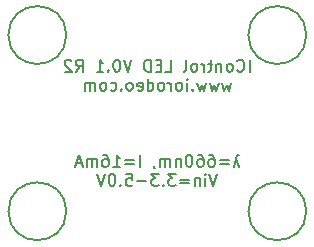
<source format=gbo>
%TF.GenerationSoftware,KiCad,Pcbnew,7.0.10-7.0.10~ubuntu22.04.1*%
%TF.CreationDate,2024-03-15T18:01:33-07:00*%
%TF.ProjectId,660nm_16mA,3636306e-6d5f-4313-966d-412e6b696361,rev?*%
%TF.SameCoordinates,Original*%
%TF.FileFunction,Legend,Bot*%
%TF.FilePolarity,Positive*%
%FSLAX46Y46*%
G04 Gerber Fmt 4.6, Leading zero omitted, Abs format (unit mm)*
G04 Created by KiCad (PCBNEW 7.0.10-7.0.10~ubuntu22.04.1) date 2024-03-15 18:01:33*
%MOMM*%
%LPD*%
G01*
G04 APERTURE LIST*
%ADD10C,0.150000*%
G04 APERTURE END LIST*
D10*
X70509524Y-55634819D02*
X70509524Y-54634819D01*
X69461906Y-55539580D02*
X69509525Y-55587200D01*
X69509525Y-55587200D02*
X69652382Y-55634819D01*
X69652382Y-55634819D02*
X69747620Y-55634819D01*
X69747620Y-55634819D02*
X69890477Y-55587200D01*
X69890477Y-55587200D02*
X69985715Y-55491961D01*
X69985715Y-55491961D02*
X70033334Y-55396723D01*
X70033334Y-55396723D02*
X70080953Y-55206247D01*
X70080953Y-55206247D02*
X70080953Y-55063390D01*
X70080953Y-55063390D02*
X70033334Y-54872914D01*
X70033334Y-54872914D02*
X69985715Y-54777676D01*
X69985715Y-54777676D02*
X69890477Y-54682438D01*
X69890477Y-54682438D02*
X69747620Y-54634819D01*
X69747620Y-54634819D02*
X69652382Y-54634819D01*
X69652382Y-54634819D02*
X69509525Y-54682438D01*
X69509525Y-54682438D02*
X69461906Y-54730057D01*
X68890477Y-55634819D02*
X68985715Y-55587200D01*
X68985715Y-55587200D02*
X69033334Y-55539580D01*
X69033334Y-55539580D02*
X69080953Y-55444342D01*
X69080953Y-55444342D02*
X69080953Y-55158628D01*
X69080953Y-55158628D02*
X69033334Y-55063390D01*
X69033334Y-55063390D02*
X68985715Y-55015771D01*
X68985715Y-55015771D02*
X68890477Y-54968152D01*
X68890477Y-54968152D02*
X68747620Y-54968152D01*
X68747620Y-54968152D02*
X68652382Y-55015771D01*
X68652382Y-55015771D02*
X68604763Y-55063390D01*
X68604763Y-55063390D02*
X68557144Y-55158628D01*
X68557144Y-55158628D02*
X68557144Y-55444342D01*
X68557144Y-55444342D02*
X68604763Y-55539580D01*
X68604763Y-55539580D02*
X68652382Y-55587200D01*
X68652382Y-55587200D02*
X68747620Y-55634819D01*
X68747620Y-55634819D02*
X68890477Y-55634819D01*
X68128572Y-54968152D02*
X68128572Y-55634819D01*
X68128572Y-55063390D02*
X68080953Y-55015771D01*
X68080953Y-55015771D02*
X67985715Y-54968152D01*
X67985715Y-54968152D02*
X67842858Y-54968152D01*
X67842858Y-54968152D02*
X67747620Y-55015771D01*
X67747620Y-55015771D02*
X67700001Y-55111009D01*
X67700001Y-55111009D02*
X67700001Y-55634819D01*
X67366667Y-54968152D02*
X66985715Y-54968152D01*
X67223810Y-54634819D02*
X67223810Y-55491961D01*
X67223810Y-55491961D02*
X67176191Y-55587200D01*
X67176191Y-55587200D02*
X67080953Y-55634819D01*
X67080953Y-55634819D02*
X66985715Y-55634819D01*
X66652381Y-55634819D02*
X66652381Y-54968152D01*
X66652381Y-55158628D02*
X66604762Y-55063390D01*
X66604762Y-55063390D02*
X66557143Y-55015771D01*
X66557143Y-55015771D02*
X66461905Y-54968152D01*
X66461905Y-54968152D02*
X66366667Y-54968152D01*
X65890476Y-55634819D02*
X65985714Y-55587200D01*
X65985714Y-55587200D02*
X66033333Y-55539580D01*
X66033333Y-55539580D02*
X66080952Y-55444342D01*
X66080952Y-55444342D02*
X66080952Y-55158628D01*
X66080952Y-55158628D02*
X66033333Y-55063390D01*
X66033333Y-55063390D02*
X65985714Y-55015771D01*
X65985714Y-55015771D02*
X65890476Y-54968152D01*
X65890476Y-54968152D02*
X65747619Y-54968152D01*
X65747619Y-54968152D02*
X65652381Y-55015771D01*
X65652381Y-55015771D02*
X65604762Y-55063390D01*
X65604762Y-55063390D02*
X65557143Y-55158628D01*
X65557143Y-55158628D02*
X65557143Y-55444342D01*
X65557143Y-55444342D02*
X65604762Y-55539580D01*
X65604762Y-55539580D02*
X65652381Y-55587200D01*
X65652381Y-55587200D02*
X65747619Y-55634819D01*
X65747619Y-55634819D02*
X65890476Y-55634819D01*
X64985714Y-55634819D02*
X65080952Y-55587200D01*
X65080952Y-55587200D02*
X65128571Y-55491961D01*
X65128571Y-55491961D02*
X65128571Y-54634819D01*
X63366666Y-55634819D02*
X63842856Y-55634819D01*
X63842856Y-55634819D02*
X63842856Y-54634819D01*
X63033332Y-55111009D02*
X62699999Y-55111009D01*
X62557142Y-55634819D02*
X63033332Y-55634819D01*
X63033332Y-55634819D02*
X63033332Y-54634819D01*
X63033332Y-54634819D02*
X62557142Y-54634819D01*
X62128570Y-55634819D02*
X62128570Y-54634819D01*
X62128570Y-54634819D02*
X61890475Y-54634819D01*
X61890475Y-54634819D02*
X61747618Y-54682438D01*
X61747618Y-54682438D02*
X61652380Y-54777676D01*
X61652380Y-54777676D02*
X61604761Y-54872914D01*
X61604761Y-54872914D02*
X61557142Y-55063390D01*
X61557142Y-55063390D02*
X61557142Y-55206247D01*
X61557142Y-55206247D02*
X61604761Y-55396723D01*
X61604761Y-55396723D02*
X61652380Y-55491961D01*
X61652380Y-55491961D02*
X61747618Y-55587200D01*
X61747618Y-55587200D02*
X61890475Y-55634819D01*
X61890475Y-55634819D02*
X62128570Y-55634819D01*
X60509522Y-54634819D02*
X60176189Y-55634819D01*
X60176189Y-55634819D02*
X59842856Y-54634819D01*
X59319046Y-54634819D02*
X59223808Y-54634819D01*
X59223808Y-54634819D02*
X59128570Y-54682438D01*
X59128570Y-54682438D02*
X59080951Y-54730057D01*
X59080951Y-54730057D02*
X59033332Y-54825295D01*
X59033332Y-54825295D02*
X58985713Y-55015771D01*
X58985713Y-55015771D02*
X58985713Y-55253866D01*
X58985713Y-55253866D02*
X59033332Y-55444342D01*
X59033332Y-55444342D02*
X59080951Y-55539580D01*
X59080951Y-55539580D02*
X59128570Y-55587200D01*
X59128570Y-55587200D02*
X59223808Y-55634819D01*
X59223808Y-55634819D02*
X59319046Y-55634819D01*
X59319046Y-55634819D02*
X59414284Y-55587200D01*
X59414284Y-55587200D02*
X59461903Y-55539580D01*
X59461903Y-55539580D02*
X59509522Y-55444342D01*
X59509522Y-55444342D02*
X59557141Y-55253866D01*
X59557141Y-55253866D02*
X59557141Y-55015771D01*
X59557141Y-55015771D02*
X59509522Y-54825295D01*
X59509522Y-54825295D02*
X59461903Y-54730057D01*
X59461903Y-54730057D02*
X59414284Y-54682438D01*
X59414284Y-54682438D02*
X59319046Y-54634819D01*
X58557141Y-55539580D02*
X58509522Y-55587200D01*
X58509522Y-55587200D02*
X58557141Y-55634819D01*
X58557141Y-55634819D02*
X58604760Y-55587200D01*
X58604760Y-55587200D02*
X58557141Y-55539580D01*
X58557141Y-55539580D02*
X58557141Y-55634819D01*
X57557142Y-55634819D02*
X58128570Y-55634819D01*
X57842856Y-55634819D02*
X57842856Y-54634819D01*
X57842856Y-54634819D02*
X57938094Y-54777676D01*
X57938094Y-54777676D02*
X58033332Y-54872914D01*
X58033332Y-54872914D02*
X58128570Y-54920533D01*
X55795237Y-55634819D02*
X56128570Y-55158628D01*
X56366665Y-55634819D02*
X56366665Y-54634819D01*
X56366665Y-54634819D02*
X55985713Y-54634819D01*
X55985713Y-54634819D02*
X55890475Y-54682438D01*
X55890475Y-54682438D02*
X55842856Y-54730057D01*
X55842856Y-54730057D02*
X55795237Y-54825295D01*
X55795237Y-54825295D02*
X55795237Y-54968152D01*
X55795237Y-54968152D02*
X55842856Y-55063390D01*
X55842856Y-55063390D02*
X55890475Y-55111009D01*
X55890475Y-55111009D02*
X55985713Y-55158628D01*
X55985713Y-55158628D02*
X56366665Y-55158628D01*
X55414284Y-54730057D02*
X55366665Y-54682438D01*
X55366665Y-54682438D02*
X55271427Y-54634819D01*
X55271427Y-54634819D02*
X55033332Y-54634819D01*
X55033332Y-54634819D02*
X54938094Y-54682438D01*
X54938094Y-54682438D02*
X54890475Y-54730057D01*
X54890475Y-54730057D02*
X54842856Y-54825295D01*
X54842856Y-54825295D02*
X54842856Y-54920533D01*
X54842856Y-54920533D02*
X54890475Y-55063390D01*
X54890475Y-55063390D02*
X55461903Y-55634819D01*
X55461903Y-55634819D02*
X54842856Y-55634819D01*
X68938094Y-56578152D02*
X68747618Y-57244819D01*
X68747618Y-57244819D02*
X68557142Y-56768628D01*
X68557142Y-56768628D02*
X68366666Y-57244819D01*
X68366666Y-57244819D02*
X68176190Y-56578152D01*
X67890475Y-56578152D02*
X67699999Y-57244819D01*
X67699999Y-57244819D02*
X67509523Y-56768628D01*
X67509523Y-56768628D02*
X67319047Y-57244819D01*
X67319047Y-57244819D02*
X67128571Y-56578152D01*
X66842856Y-56578152D02*
X66652380Y-57244819D01*
X66652380Y-57244819D02*
X66461904Y-56768628D01*
X66461904Y-56768628D02*
X66271428Y-57244819D01*
X66271428Y-57244819D02*
X66080952Y-56578152D01*
X65699999Y-57149580D02*
X65652380Y-57197200D01*
X65652380Y-57197200D02*
X65699999Y-57244819D01*
X65699999Y-57244819D02*
X65747618Y-57197200D01*
X65747618Y-57197200D02*
X65699999Y-57149580D01*
X65699999Y-57149580D02*
X65699999Y-57244819D01*
X65223809Y-57244819D02*
X65223809Y-56578152D01*
X65223809Y-56244819D02*
X65271428Y-56292438D01*
X65271428Y-56292438D02*
X65223809Y-56340057D01*
X65223809Y-56340057D02*
X65176190Y-56292438D01*
X65176190Y-56292438D02*
X65223809Y-56244819D01*
X65223809Y-56244819D02*
X65223809Y-56340057D01*
X64604762Y-57244819D02*
X64700000Y-57197200D01*
X64700000Y-57197200D02*
X64747619Y-57149580D01*
X64747619Y-57149580D02*
X64795238Y-57054342D01*
X64795238Y-57054342D02*
X64795238Y-56768628D01*
X64795238Y-56768628D02*
X64747619Y-56673390D01*
X64747619Y-56673390D02*
X64700000Y-56625771D01*
X64700000Y-56625771D02*
X64604762Y-56578152D01*
X64604762Y-56578152D02*
X64461905Y-56578152D01*
X64461905Y-56578152D02*
X64366667Y-56625771D01*
X64366667Y-56625771D02*
X64319048Y-56673390D01*
X64319048Y-56673390D02*
X64271429Y-56768628D01*
X64271429Y-56768628D02*
X64271429Y-57054342D01*
X64271429Y-57054342D02*
X64319048Y-57149580D01*
X64319048Y-57149580D02*
X64366667Y-57197200D01*
X64366667Y-57197200D02*
X64461905Y-57244819D01*
X64461905Y-57244819D02*
X64604762Y-57244819D01*
X63842857Y-57244819D02*
X63842857Y-56578152D01*
X63842857Y-56768628D02*
X63795238Y-56673390D01*
X63795238Y-56673390D02*
X63747619Y-56625771D01*
X63747619Y-56625771D02*
X63652381Y-56578152D01*
X63652381Y-56578152D02*
X63557143Y-56578152D01*
X63080952Y-57244819D02*
X63176190Y-57197200D01*
X63176190Y-57197200D02*
X63223809Y-57149580D01*
X63223809Y-57149580D02*
X63271428Y-57054342D01*
X63271428Y-57054342D02*
X63271428Y-56768628D01*
X63271428Y-56768628D02*
X63223809Y-56673390D01*
X63223809Y-56673390D02*
X63176190Y-56625771D01*
X63176190Y-56625771D02*
X63080952Y-56578152D01*
X63080952Y-56578152D02*
X62938095Y-56578152D01*
X62938095Y-56578152D02*
X62842857Y-56625771D01*
X62842857Y-56625771D02*
X62795238Y-56673390D01*
X62795238Y-56673390D02*
X62747619Y-56768628D01*
X62747619Y-56768628D02*
X62747619Y-57054342D01*
X62747619Y-57054342D02*
X62795238Y-57149580D01*
X62795238Y-57149580D02*
X62842857Y-57197200D01*
X62842857Y-57197200D02*
X62938095Y-57244819D01*
X62938095Y-57244819D02*
X63080952Y-57244819D01*
X61890476Y-57244819D02*
X61890476Y-56244819D01*
X61890476Y-57197200D02*
X61985714Y-57244819D01*
X61985714Y-57244819D02*
X62176190Y-57244819D01*
X62176190Y-57244819D02*
X62271428Y-57197200D01*
X62271428Y-57197200D02*
X62319047Y-57149580D01*
X62319047Y-57149580D02*
X62366666Y-57054342D01*
X62366666Y-57054342D02*
X62366666Y-56768628D01*
X62366666Y-56768628D02*
X62319047Y-56673390D01*
X62319047Y-56673390D02*
X62271428Y-56625771D01*
X62271428Y-56625771D02*
X62176190Y-56578152D01*
X62176190Y-56578152D02*
X61985714Y-56578152D01*
X61985714Y-56578152D02*
X61890476Y-56625771D01*
X61033333Y-57197200D02*
X61128571Y-57244819D01*
X61128571Y-57244819D02*
X61319047Y-57244819D01*
X61319047Y-57244819D02*
X61414285Y-57197200D01*
X61414285Y-57197200D02*
X61461904Y-57101961D01*
X61461904Y-57101961D02*
X61461904Y-56721009D01*
X61461904Y-56721009D02*
X61414285Y-56625771D01*
X61414285Y-56625771D02*
X61319047Y-56578152D01*
X61319047Y-56578152D02*
X61128571Y-56578152D01*
X61128571Y-56578152D02*
X61033333Y-56625771D01*
X61033333Y-56625771D02*
X60985714Y-56721009D01*
X60985714Y-56721009D02*
X60985714Y-56816247D01*
X60985714Y-56816247D02*
X61461904Y-56911485D01*
X60414285Y-57244819D02*
X60509523Y-57197200D01*
X60509523Y-57197200D02*
X60557142Y-57149580D01*
X60557142Y-57149580D02*
X60604761Y-57054342D01*
X60604761Y-57054342D02*
X60604761Y-56768628D01*
X60604761Y-56768628D02*
X60557142Y-56673390D01*
X60557142Y-56673390D02*
X60509523Y-56625771D01*
X60509523Y-56625771D02*
X60414285Y-56578152D01*
X60414285Y-56578152D02*
X60271428Y-56578152D01*
X60271428Y-56578152D02*
X60176190Y-56625771D01*
X60176190Y-56625771D02*
X60128571Y-56673390D01*
X60128571Y-56673390D02*
X60080952Y-56768628D01*
X60080952Y-56768628D02*
X60080952Y-57054342D01*
X60080952Y-57054342D02*
X60128571Y-57149580D01*
X60128571Y-57149580D02*
X60176190Y-57197200D01*
X60176190Y-57197200D02*
X60271428Y-57244819D01*
X60271428Y-57244819D02*
X60414285Y-57244819D01*
X59652380Y-57149580D02*
X59604761Y-57197200D01*
X59604761Y-57197200D02*
X59652380Y-57244819D01*
X59652380Y-57244819D02*
X59699999Y-57197200D01*
X59699999Y-57197200D02*
X59652380Y-57149580D01*
X59652380Y-57149580D02*
X59652380Y-57244819D01*
X58747619Y-57197200D02*
X58842857Y-57244819D01*
X58842857Y-57244819D02*
X59033333Y-57244819D01*
X59033333Y-57244819D02*
X59128571Y-57197200D01*
X59128571Y-57197200D02*
X59176190Y-57149580D01*
X59176190Y-57149580D02*
X59223809Y-57054342D01*
X59223809Y-57054342D02*
X59223809Y-56768628D01*
X59223809Y-56768628D02*
X59176190Y-56673390D01*
X59176190Y-56673390D02*
X59128571Y-56625771D01*
X59128571Y-56625771D02*
X59033333Y-56578152D01*
X59033333Y-56578152D02*
X58842857Y-56578152D01*
X58842857Y-56578152D02*
X58747619Y-56625771D01*
X58176190Y-57244819D02*
X58271428Y-57197200D01*
X58271428Y-57197200D02*
X58319047Y-57149580D01*
X58319047Y-57149580D02*
X58366666Y-57054342D01*
X58366666Y-57054342D02*
X58366666Y-56768628D01*
X58366666Y-56768628D02*
X58319047Y-56673390D01*
X58319047Y-56673390D02*
X58271428Y-56625771D01*
X58271428Y-56625771D02*
X58176190Y-56578152D01*
X58176190Y-56578152D02*
X58033333Y-56578152D01*
X58033333Y-56578152D02*
X57938095Y-56625771D01*
X57938095Y-56625771D02*
X57890476Y-56673390D01*
X57890476Y-56673390D02*
X57842857Y-56768628D01*
X57842857Y-56768628D02*
X57842857Y-57054342D01*
X57842857Y-57054342D02*
X57890476Y-57149580D01*
X57890476Y-57149580D02*
X57938095Y-57197200D01*
X57938095Y-57197200D02*
X58033333Y-57244819D01*
X58033333Y-57244819D02*
X58176190Y-57244819D01*
X57414285Y-57244819D02*
X57414285Y-56578152D01*
X57414285Y-56673390D02*
X57366666Y-56625771D01*
X57366666Y-56625771D02*
X57271428Y-56578152D01*
X57271428Y-56578152D02*
X57128571Y-56578152D01*
X57128571Y-56578152D02*
X57033333Y-56625771D01*
X57033333Y-56625771D02*
X56985714Y-56721009D01*
X56985714Y-56721009D02*
X56985714Y-57244819D01*
X56985714Y-56721009D02*
X56938095Y-56625771D01*
X56938095Y-56625771D02*
X56842857Y-56578152D01*
X56842857Y-56578152D02*
X56700000Y-56578152D01*
X56700000Y-56578152D02*
X56604761Y-56625771D01*
X56604761Y-56625771D02*
X56557142Y-56721009D01*
X56557142Y-56721009D02*
X56557142Y-57244819D01*
X69390475Y-63018152D02*
X69628570Y-63684819D01*
X69628570Y-62684819D02*
X69533332Y-62684819D01*
X69533332Y-62684819D02*
X69485713Y-62732438D01*
X69485713Y-62732438D02*
X69390475Y-63018152D01*
X69390475Y-63018152D02*
X69152380Y-63684819D01*
X68771427Y-63161009D02*
X68009523Y-63161009D01*
X68009523Y-63446723D02*
X68771427Y-63446723D01*
X67104761Y-62684819D02*
X67295237Y-62684819D01*
X67295237Y-62684819D02*
X67390475Y-62732438D01*
X67390475Y-62732438D02*
X67438094Y-62780057D01*
X67438094Y-62780057D02*
X67533332Y-62922914D01*
X67533332Y-62922914D02*
X67580951Y-63113390D01*
X67580951Y-63113390D02*
X67580951Y-63494342D01*
X67580951Y-63494342D02*
X67533332Y-63589580D01*
X67533332Y-63589580D02*
X67485713Y-63637200D01*
X67485713Y-63637200D02*
X67390475Y-63684819D01*
X67390475Y-63684819D02*
X67199999Y-63684819D01*
X67199999Y-63684819D02*
X67104761Y-63637200D01*
X67104761Y-63637200D02*
X67057142Y-63589580D01*
X67057142Y-63589580D02*
X67009523Y-63494342D01*
X67009523Y-63494342D02*
X67009523Y-63256247D01*
X67009523Y-63256247D02*
X67057142Y-63161009D01*
X67057142Y-63161009D02*
X67104761Y-63113390D01*
X67104761Y-63113390D02*
X67199999Y-63065771D01*
X67199999Y-63065771D02*
X67390475Y-63065771D01*
X67390475Y-63065771D02*
X67485713Y-63113390D01*
X67485713Y-63113390D02*
X67533332Y-63161009D01*
X67533332Y-63161009D02*
X67580951Y-63256247D01*
X66152380Y-62684819D02*
X66342856Y-62684819D01*
X66342856Y-62684819D02*
X66438094Y-62732438D01*
X66438094Y-62732438D02*
X66485713Y-62780057D01*
X66485713Y-62780057D02*
X66580951Y-62922914D01*
X66580951Y-62922914D02*
X66628570Y-63113390D01*
X66628570Y-63113390D02*
X66628570Y-63494342D01*
X66628570Y-63494342D02*
X66580951Y-63589580D01*
X66580951Y-63589580D02*
X66533332Y-63637200D01*
X66533332Y-63637200D02*
X66438094Y-63684819D01*
X66438094Y-63684819D02*
X66247618Y-63684819D01*
X66247618Y-63684819D02*
X66152380Y-63637200D01*
X66152380Y-63637200D02*
X66104761Y-63589580D01*
X66104761Y-63589580D02*
X66057142Y-63494342D01*
X66057142Y-63494342D02*
X66057142Y-63256247D01*
X66057142Y-63256247D02*
X66104761Y-63161009D01*
X66104761Y-63161009D02*
X66152380Y-63113390D01*
X66152380Y-63113390D02*
X66247618Y-63065771D01*
X66247618Y-63065771D02*
X66438094Y-63065771D01*
X66438094Y-63065771D02*
X66533332Y-63113390D01*
X66533332Y-63113390D02*
X66580951Y-63161009D01*
X66580951Y-63161009D02*
X66628570Y-63256247D01*
X65438094Y-62684819D02*
X65342856Y-62684819D01*
X65342856Y-62684819D02*
X65247618Y-62732438D01*
X65247618Y-62732438D02*
X65199999Y-62780057D01*
X65199999Y-62780057D02*
X65152380Y-62875295D01*
X65152380Y-62875295D02*
X65104761Y-63065771D01*
X65104761Y-63065771D02*
X65104761Y-63303866D01*
X65104761Y-63303866D02*
X65152380Y-63494342D01*
X65152380Y-63494342D02*
X65199999Y-63589580D01*
X65199999Y-63589580D02*
X65247618Y-63637200D01*
X65247618Y-63637200D02*
X65342856Y-63684819D01*
X65342856Y-63684819D02*
X65438094Y-63684819D01*
X65438094Y-63684819D02*
X65533332Y-63637200D01*
X65533332Y-63637200D02*
X65580951Y-63589580D01*
X65580951Y-63589580D02*
X65628570Y-63494342D01*
X65628570Y-63494342D02*
X65676189Y-63303866D01*
X65676189Y-63303866D02*
X65676189Y-63065771D01*
X65676189Y-63065771D02*
X65628570Y-62875295D01*
X65628570Y-62875295D02*
X65580951Y-62780057D01*
X65580951Y-62780057D02*
X65533332Y-62732438D01*
X65533332Y-62732438D02*
X65438094Y-62684819D01*
X64676189Y-63018152D02*
X64676189Y-63684819D01*
X64676189Y-63113390D02*
X64628570Y-63065771D01*
X64628570Y-63065771D02*
X64533332Y-63018152D01*
X64533332Y-63018152D02*
X64390475Y-63018152D01*
X64390475Y-63018152D02*
X64295237Y-63065771D01*
X64295237Y-63065771D02*
X64247618Y-63161009D01*
X64247618Y-63161009D02*
X64247618Y-63684819D01*
X63771427Y-63684819D02*
X63771427Y-63018152D01*
X63771427Y-63113390D02*
X63723808Y-63065771D01*
X63723808Y-63065771D02*
X63628570Y-63018152D01*
X63628570Y-63018152D02*
X63485713Y-63018152D01*
X63485713Y-63018152D02*
X63390475Y-63065771D01*
X63390475Y-63065771D02*
X63342856Y-63161009D01*
X63342856Y-63161009D02*
X63342856Y-63684819D01*
X63342856Y-63161009D02*
X63295237Y-63065771D01*
X63295237Y-63065771D02*
X63199999Y-63018152D01*
X63199999Y-63018152D02*
X63057142Y-63018152D01*
X63057142Y-63018152D02*
X62961903Y-63065771D01*
X62961903Y-63065771D02*
X62914284Y-63161009D01*
X62914284Y-63161009D02*
X62914284Y-63684819D01*
X62390475Y-63637200D02*
X62390475Y-63684819D01*
X62390475Y-63684819D02*
X62438094Y-63780057D01*
X62438094Y-63780057D02*
X62485713Y-63827676D01*
X61199999Y-63684819D02*
X61199999Y-62684819D01*
X60723809Y-63161009D02*
X59961905Y-63161009D01*
X59961905Y-63446723D02*
X60723809Y-63446723D01*
X58961905Y-63684819D02*
X59533333Y-63684819D01*
X59247619Y-63684819D02*
X59247619Y-62684819D01*
X59247619Y-62684819D02*
X59342857Y-62827676D01*
X59342857Y-62827676D02*
X59438095Y-62922914D01*
X59438095Y-62922914D02*
X59533333Y-62970533D01*
X58104762Y-62684819D02*
X58295238Y-62684819D01*
X58295238Y-62684819D02*
X58390476Y-62732438D01*
X58390476Y-62732438D02*
X58438095Y-62780057D01*
X58438095Y-62780057D02*
X58533333Y-62922914D01*
X58533333Y-62922914D02*
X58580952Y-63113390D01*
X58580952Y-63113390D02*
X58580952Y-63494342D01*
X58580952Y-63494342D02*
X58533333Y-63589580D01*
X58533333Y-63589580D02*
X58485714Y-63637200D01*
X58485714Y-63637200D02*
X58390476Y-63684819D01*
X58390476Y-63684819D02*
X58200000Y-63684819D01*
X58200000Y-63684819D02*
X58104762Y-63637200D01*
X58104762Y-63637200D02*
X58057143Y-63589580D01*
X58057143Y-63589580D02*
X58009524Y-63494342D01*
X58009524Y-63494342D02*
X58009524Y-63256247D01*
X58009524Y-63256247D02*
X58057143Y-63161009D01*
X58057143Y-63161009D02*
X58104762Y-63113390D01*
X58104762Y-63113390D02*
X58200000Y-63065771D01*
X58200000Y-63065771D02*
X58390476Y-63065771D01*
X58390476Y-63065771D02*
X58485714Y-63113390D01*
X58485714Y-63113390D02*
X58533333Y-63161009D01*
X58533333Y-63161009D02*
X58580952Y-63256247D01*
X57580952Y-63684819D02*
X57580952Y-63018152D01*
X57580952Y-63113390D02*
X57533333Y-63065771D01*
X57533333Y-63065771D02*
X57438095Y-63018152D01*
X57438095Y-63018152D02*
X57295238Y-63018152D01*
X57295238Y-63018152D02*
X57200000Y-63065771D01*
X57200000Y-63065771D02*
X57152381Y-63161009D01*
X57152381Y-63161009D02*
X57152381Y-63684819D01*
X57152381Y-63161009D02*
X57104762Y-63065771D01*
X57104762Y-63065771D02*
X57009524Y-63018152D01*
X57009524Y-63018152D02*
X56866667Y-63018152D01*
X56866667Y-63018152D02*
X56771428Y-63065771D01*
X56771428Y-63065771D02*
X56723809Y-63161009D01*
X56723809Y-63161009D02*
X56723809Y-63684819D01*
X56295238Y-63399104D02*
X55819048Y-63399104D01*
X56390476Y-63684819D02*
X56057143Y-62684819D01*
X56057143Y-62684819D02*
X55723810Y-63684819D01*
X67771427Y-64294819D02*
X67438094Y-65294819D01*
X67438094Y-65294819D02*
X67104761Y-64294819D01*
X66771427Y-65294819D02*
X66771427Y-64628152D01*
X66771427Y-64294819D02*
X66819046Y-64342438D01*
X66819046Y-64342438D02*
X66771427Y-64390057D01*
X66771427Y-64390057D02*
X66723808Y-64342438D01*
X66723808Y-64342438D02*
X66771427Y-64294819D01*
X66771427Y-64294819D02*
X66771427Y-64390057D01*
X66295237Y-64628152D02*
X66295237Y-65294819D01*
X66295237Y-64723390D02*
X66247618Y-64675771D01*
X66247618Y-64675771D02*
X66152380Y-64628152D01*
X66152380Y-64628152D02*
X66009523Y-64628152D01*
X66009523Y-64628152D02*
X65914285Y-64675771D01*
X65914285Y-64675771D02*
X65866666Y-64771009D01*
X65866666Y-64771009D02*
X65866666Y-65294819D01*
X65390475Y-64771009D02*
X64628571Y-64771009D01*
X64628571Y-65056723D02*
X65390475Y-65056723D01*
X64247618Y-64294819D02*
X63628571Y-64294819D01*
X63628571Y-64294819D02*
X63961904Y-64675771D01*
X63961904Y-64675771D02*
X63819047Y-64675771D01*
X63819047Y-64675771D02*
X63723809Y-64723390D01*
X63723809Y-64723390D02*
X63676190Y-64771009D01*
X63676190Y-64771009D02*
X63628571Y-64866247D01*
X63628571Y-64866247D02*
X63628571Y-65104342D01*
X63628571Y-65104342D02*
X63676190Y-65199580D01*
X63676190Y-65199580D02*
X63723809Y-65247200D01*
X63723809Y-65247200D02*
X63819047Y-65294819D01*
X63819047Y-65294819D02*
X64104761Y-65294819D01*
X64104761Y-65294819D02*
X64199999Y-65247200D01*
X64199999Y-65247200D02*
X64247618Y-65199580D01*
X63199999Y-65199580D02*
X63152380Y-65247200D01*
X63152380Y-65247200D02*
X63199999Y-65294819D01*
X63199999Y-65294819D02*
X63247618Y-65247200D01*
X63247618Y-65247200D02*
X63199999Y-65199580D01*
X63199999Y-65199580D02*
X63199999Y-65294819D01*
X62819047Y-64294819D02*
X62200000Y-64294819D01*
X62200000Y-64294819D02*
X62533333Y-64675771D01*
X62533333Y-64675771D02*
X62390476Y-64675771D01*
X62390476Y-64675771D02*
X62295238Y-64723390D01*
X62295238Y-64723390D02*
X62247619Y-64771009D01*
X62247619Y-64771009D02*
X62200000Y-64866247D01*
X62200000Y-64866247D02*
X62200000Y-65104342D01*
X62200000Y-65104342D02*
X62247619Y-65199580D01*
X62247619Y-65199580D02*
X62295238Y-65247200D01*
X62295238Y-65247200D02*
X62390476Y-65294819D01*
X62390476Y-65294819D02*
X62676190Y-65294819D01*
X62676190Y-65294819D02*
X62771428Y-65247200D01*
X62771428Y-65247200D02*
X62819047Y-65199580D01*
X61771428Y-64913866D02*
X61009524Y-64913866D01*
X60057143Y-64294819D02*
X60533333Y-64294819D01*
X60533333Y-64294819D02*
X60580952Y-64771009D01*
X60580952Y-64771009D02*
X60533333Y-64723390D01*
X60533333Y-64723390D02*
X60438095Y-64675771D01*
X60438095Y-64675771D02*
X60200000Y-64675771D01*
X60200000Y-64675771D02*
X60104762Y-64723390D01*
X60104762Y-64723390D02*
X60057143Y-64771009D01*
X60057143Y-64771009D02*
X60009524Y-64866247D01*
X60009524Y-64866247D02*
X60009524Y-65104342D01*
X60009524Y-65104342D02*
X60057143Y-65199580D01*
X60057143Y-65199580D02*
X60104762Y-65247200D01*
X60104762Y-65247200D02*
X60200000Y-65294819D01*
X60200000Y-65294819D02*
X60438095Y-65294819D01*
X60438095Y-65294819D02*
X60533333Y-65247200D01*
X60533333Y-65247200D02*
X60580952Y-65199580D01*
X59580952Y-65199580D02*
X59533333Y-65247200D01*
X59533333Y-65247200D02*
X59580952Y-65294819D01*
X59580952Y-65294819D02*
X59628571Y-65247200D01*
X59628571Y-65247200D02*
X59580952Y-65199580D01*
X59580952Y-65199580D02*
X59580952Y-65294819D01*
X58914286Y-64294819D02*
X58819048Y-64294819D01*
X58819048Y-64294819D02*
X58723810Y-64342438D01*
X58723810Y-64342438D02*
X58676191Y-64390057D01*
X58676191Y-64390057D02*
X58628572Y-64485295D01*
X58628572Y-64485295D02*
X58580953Y-64675771D01*
X58580953Y-64675771D02*
X58580953Y-64913866D01*
X58580953Y-64913866D02*
X58628572Y-65104342D01*
X58628572Y-65104342D02*
X58676191Y-65199580D01*
X58676191Y-65199580D02*
X58723810Y-65247200D01*
X58723810Y-65247200D02*
X58819048Y-65294819D01*
X58819048Y-65294819D02*
X58914286Y-65294819D01*
X58914286Y-65294819D02*
X59009524Y-65247200D01*
X59009524Y-65247200D02*
X59057143Y-65199580D01*
X59057143Y-65199580D02*
X59104762Y-65104342D01*
X59104762Y-65104342D02*
X59152381Y-64913866D01*
X59152381Y-64913866D02*
X59152381Y-64675771D01*
X59152381Y-64675771D02*
X59104762Y-64485295D01*
X59104762Y-64485295D02*
X59057143Y-64390057D01*
X59057143Y-64390057D02*
X59009524Y-64342438D01*
X59009524Y-64342438D02*
X58914286Y-64294819D01*
X58295238Y-64294819D02*
X57961905Y-65294819D01*
X57961905Y-65294819D02*
X57628572Y-64294819D01*
%TO.C,M1*%
X54990000Y-52540000D02*
G75*
G03*
X50090000Y-52540000I-2450000J0D01*
G01*
X50090000Y-52540000D02*
G75*
G03*
X54990000Y-52540000I2450000J0D01*
G01*
%TO.C,M2*%
X75310000Y-52540000D02*
G75*
G03*
X70410000Y-52540000I-2450000J0D01*
G01*
X70410000Y-52540000D02*
G75*
G03*
X75310000Y-52540000I2450000J0D01*
G01*
%TO.C,M3*%
X75310000Y-67460000D02*
G75*
G03*
X70410000Y-67460000I-2450000J0D01*
G01*
X70410000Y-67460000D02*
G75*
G03*
X75310000Y-67460000I2450000J0D01*
G01*
%TO.C,M4*%
X54990000Y-67460000D02*
G75*
G03*
X50090000Y-67460000I-2450000J0D01*
G01*
X50090000Y-67460000D02*
G75*
G03*
X54990000Y-67460000I2450000J0D01*
G01*
%TD*%
M02*

</source>
